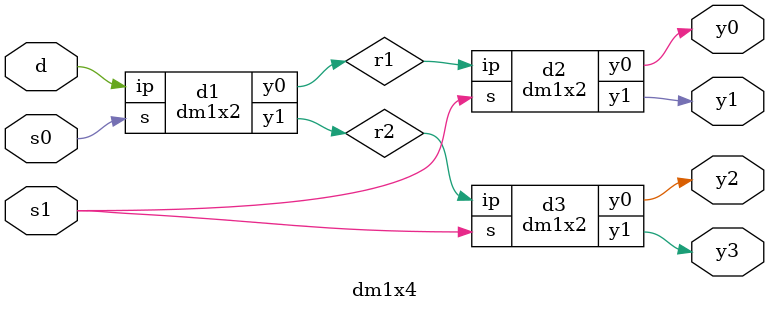
<source format=v>
module dm1x2(ip,s,y0,y1);
  input ip,s;
  output y0,y1;
  wire x;
  
  not n1(x,s);
  and a1(y0,x,ip);
  and a2(y1,s,ip);
endmodule

module dm1x4(d,s0,s1,y0,y1,y2,y3);
  input d,s0,s1;
  output y0,y1,y2,y3;
  
  wire r1,r2;
  
  dm1x2 d1(.ip(d),.s(s0),.y0(r1),.y1(r2));
  dm1x2 d2(.ip(r1),.s(s1),.y0(y0),.y1(y1));
  dm1x2 d3(.ip(r2),.s(s1),.y0(y2),.y1(y3));
endmodule
 

</source>
